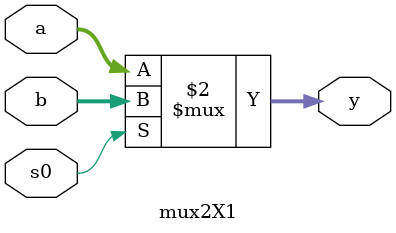
<source format=v>
module mux2X1(
input [3:0]a,b,
input s0,
output [3:0]y);

assign y= (s0==0)?a:b;
                 
                 
endmodule

     

</source>
